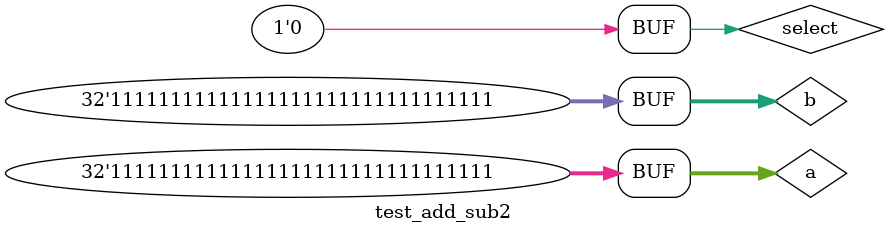
<source format=v>
`timescale 1ns / 1ps


module test_add_sub2;

	// Inputs
	reg select;
	reg [31:0] a;
	reg [31:0] b;

	// Outputs
	wire [31:0] out;
	wire carry;
	wire zero;

	// Instantiate the Unit Under Test (UUT)
	add_sub uut (
		.select(select), 
		.a(a), 
		.b(b), 
		.out(out), 
		.carry(carry), 
		.zero(zero)
	);

	initial begin
		// Initialize Inputs
		select = 0;
		a = 32'b11111111111111111111111111111111;
		b = 32'b11111111111111111111111111111111;

		// Wait 100 ns for global reset to finish
		#100;
        
		// Add stimulus here

	end
      
endmodule


</source>
